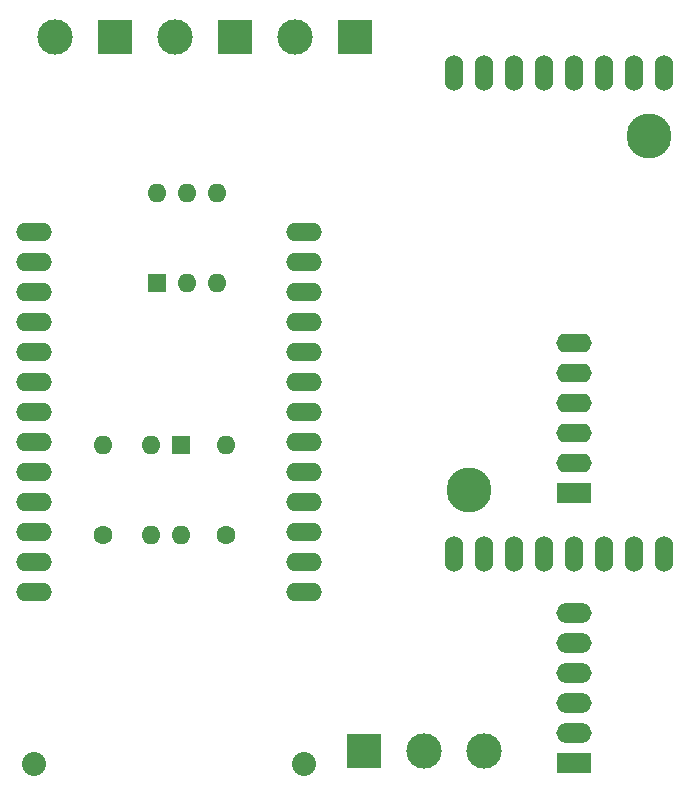
<source format=gts>
G04 #@! TF.GenerationSoftware,KiCad,Pcbnew,5.1.10-88a1d61d58~88~ubuntu20.04.1*
G04 #@! TF.CreationDate,2021-06-06T22:27:07+02:00*
G04 #@! TF.ProjectId,master-wt32-eth01,6d617374-6572-42d7-9774-33322d657468,rev?*
G04 #@! TF.SameCoordinates,PX3a22d00PY8062360*
G04 #@! TF.FileFunction,Soldermask,Top*
G04 #@! TF.FilePolarity,Negative*
%FSLAX46Y46*%
G04 Gerber Fmt 4.6, Leading zero omitted, Abs format (unit mm)*
G04 Created by KiCad (PCBNEW 5.1.10-88a1d61d58~88~ubuntu20.04.1) date 2021-06-06 22:27:07*
%MOMM*%
%LPD*%
G01*
G04 APERTURE LIST*
%ADD10O,1.600000X1.600000*%
%ADD11R,1.600000X1.600000*%
%ADD12C,1.600000*%
%ADD13O,3.048000X1.524000*%
%ADD14C,2.032000*%
%ADD15C,3.000000*%
%ADD16R,3.000000X3.000000*%
%ADD17C,3.810000*%
%ADD18O,1.524000X3.048000*%
%ADD19O,3.000000X1.700000*%
%ADD20R,3.000000X1.700000*%
%ADD21O,3.000000X1.600000*%
G04 APERTURE END LIST*
D10*
X79756000Y-102616000D03*
X77216000Y-94996000D03*
X77216000Y-102616000D03*
D11*
X79756000Y-94996000D03*
D10*
X73152000Y-94996000D03*
D12*
X73152000Y-102616000D03*
D13*
X90170000Y-107442000D03*
X90170000Y-76962000D03*
X90170000Y-79502000D03*
X90170000Y-82042000D03*
X90170000Y-84582000D03*
X90170000Y-87122000D03*
X90170000Y-89662000D03*
X90170000Y-92202000D03*
X90170000Y-94742000D03*
X90170000Y-97282000D03*
X90170000Y-99822000D03*
X90170000Y-102362000D03*
X90170000Y-104902000D03*
X67310000Y-107442000D03*
X67310000Y-104902000D03*
X67310000Y-102362000D03*
X67310000Y-99822000D03*
X67310000Y-97282000D03*
X67310000Y-94742000D03*
X67310000Y-92202000D03*
X67310000Y-89662000D03*
X67310000Y-87122000D03*
X67310000Y-84582000D03*
X67310000Y-82042000D03*
X67310000Y-79502000D03*
X67310000Y-76962000D03*
D14*
X90170000Y-122047000D03*
X67310000Y-122047000D03*
D10*
X77724000Y-73660000D03*
X82804000Y-81280000D03*
X80264000Y-73660000D03*
X80264000Y-81280000D03*
X82804000Y-73660000D03*
D11*
X77724000Y-81280000D03*
D15*
X89408000Y-60452000D03*
D16*
X94488000Y-60452000D03*
D17*
X104140000Y-98806000D03*
X119380000Y-68834000D03*
D18*
X105410000Y-104267000D03*
X107950000Y-104267000D03*
X110490000Y-104267000D03*
X113030000Y-104267000D03*
X115570000Y-104267000D03*
X118110000Y-104267000D03*
X105410000Y-63500000D03*
X107950000Y-63500000D03*
X110490000Y-63500000D03*
X113030000Y-63500000D03*
X115570000Y-63500000D03*
X118110000Y-63500000D03*
X120650000Y-104267000D03*
X102870000Y-104267000D03*
X102870000Y-63500000D03*
X120650000Y-63500000D03*
D10*
X83566000Y-94996000D03*
D12*
X83566000Y-102616000D03*
D15*
X105410000Y-120904000D03*
X100330000Y-120904000D03*
D16*
X95250000Y-120904000D03*
D15*
X79248000Y-60452000D03*
D16*
X84328000Y-60452000D03*
D15*
X69088000Y-60452000D03*
D16*
X74168000Y-60452000D03*
D19*
X113030000Y-109220000D03*
X113030000Y-111760000D03*
X113030000Y-114300000D03*
X113030000Y-116840000D03*
X113030000Y-119380000D03*
D20*
X113030000Y-121920000D03*
D21*
X113030000Y-86360000D03*
X113030000Y-88900000D03*
X113030000Y-91440000D03*
X113030000Y-93980000D03*
X113030000Y-96520000D03*
D20*
X113030000Y-99060000D03*
M02*

</source>
